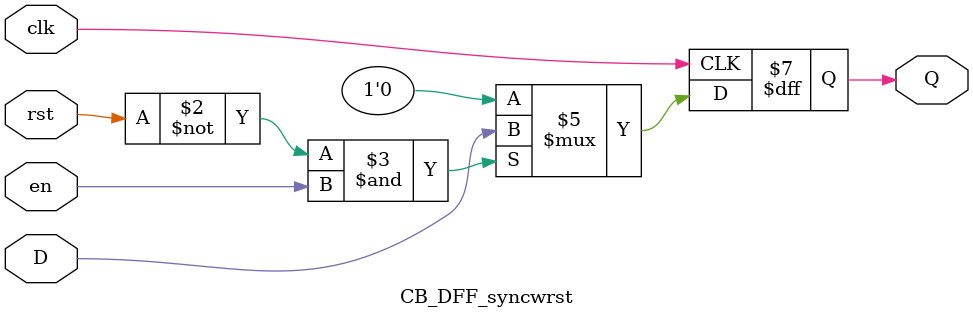
<source format=v>
`timescale 1ns / 1ps



module CB_DFF_syncwrst(input D,clk,rst,en,output reg Q);


always @(posedge clk) 
begin
if(~rst & en)
 Q <= D; 
else
 Q <= 1'b0;
end 

endmodule

</source>
